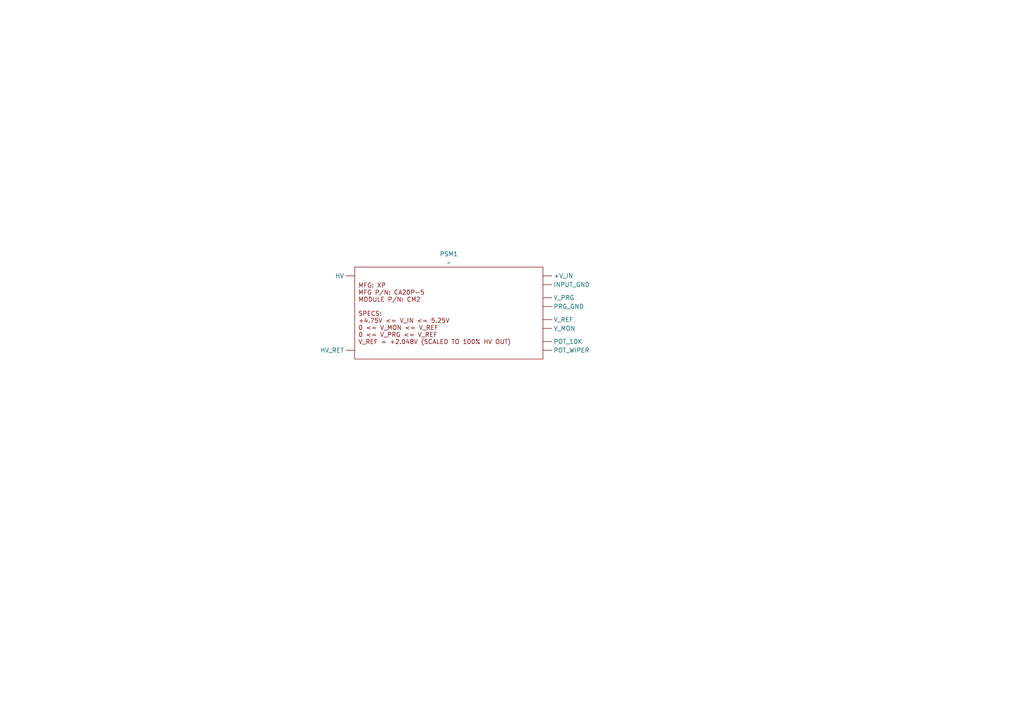
<source format=kicad_sch>
(kicad_sch (version 20231120) (generator "eeschema") (generator_version "8.0")
  (paper "A4")
  (lib_symbols
    (symbol "Connector:CM2"
      (property "Reference" "PSM" (at 1.778 1.016 0))
      (symbol "CM2_1_1"
        (rectangle (start 0 0) (end 54.61 -26.67))
        (text "MFG: XP \nMFG P/N: CA20P-5\nMODULE P/N: CM2\n\nSPECS:\n+4.75V <= V_IN <= 5.25V\n0 <= V_MON <= V_REF\n0 <= V_PRG <= V_REF\nV_REF = +2.048V (SCALED TO 100% HV OUT)" (at 1.016 -13.462 0) (effects (font (size 1.27 1.27)) (justify left)))
        (pin input line (at 54.61 -2.54 0) (length 2.54) (name "+V_IN") (number ""))
        (pin input line (at 0 -2.54 180) (length 2.54) (name "HV") (number ""))
        (pin passive line (at 0 -24.13 180) (length 2.54) (name "HV_RET") (number ""))
        (pin passive line (at 54.61 -5.08 0) (length 2.54) (name "INPUT_GND") (number ""))
        (pin passive line (at 54.61 -21.59 0) (length 2.54) (name "POT_10K") (number ""))
        (pin passive line (at 54.61 -24.13 0) (length 2.54) (name "POT_WIPER") (number ""))
        (pin passive line (at 54.61 -11.43 0) (length 2.54) (name "PRG_GND") (number ""))
        (pin output line (at 54.61 -17.78 0) (length 2.54) (name "V_MON") (number ""))
        (pin input line (at 54.61 -8.89 0) (length 2.54) (name "V_PRG") (number ""))
        (pin output line (at 54.61 -15.24 0) (length 2.54) (name "V_REF") (number ""))
      )
    )
  )
  (symbol (lib_id "Connector:CM2") (at 102.87 77.47 0) (unit 1)
    (property "Reference" "PSM1" (at 130.175 73.66 0))
    (property "Value" "~" (at 130.175 76.2 0))
  )
)
</source>
